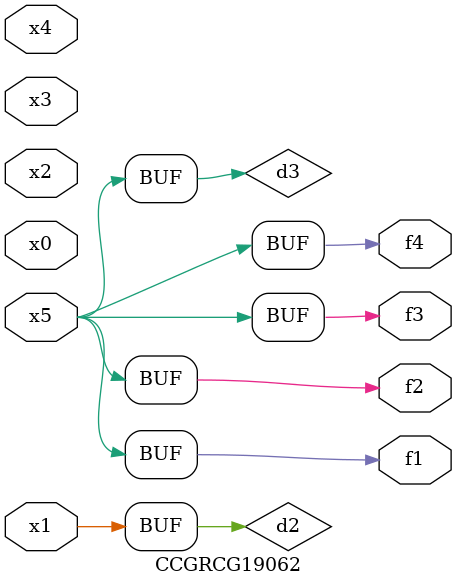
<source format=v>
module CCGRCG19062(
	input x0, x1, x2, x3, x4, x5,
	output f1, f2, f3, f4
);

	wire d1, d2, d3;

	not (d1, x5);
	or (d2, x1);
	xnor (d3, d1);
	assign f1 = d3;
	assign f2 = d3;
	assign f3 = d3;
	assign f4 = d3;
endmodule

</source>
